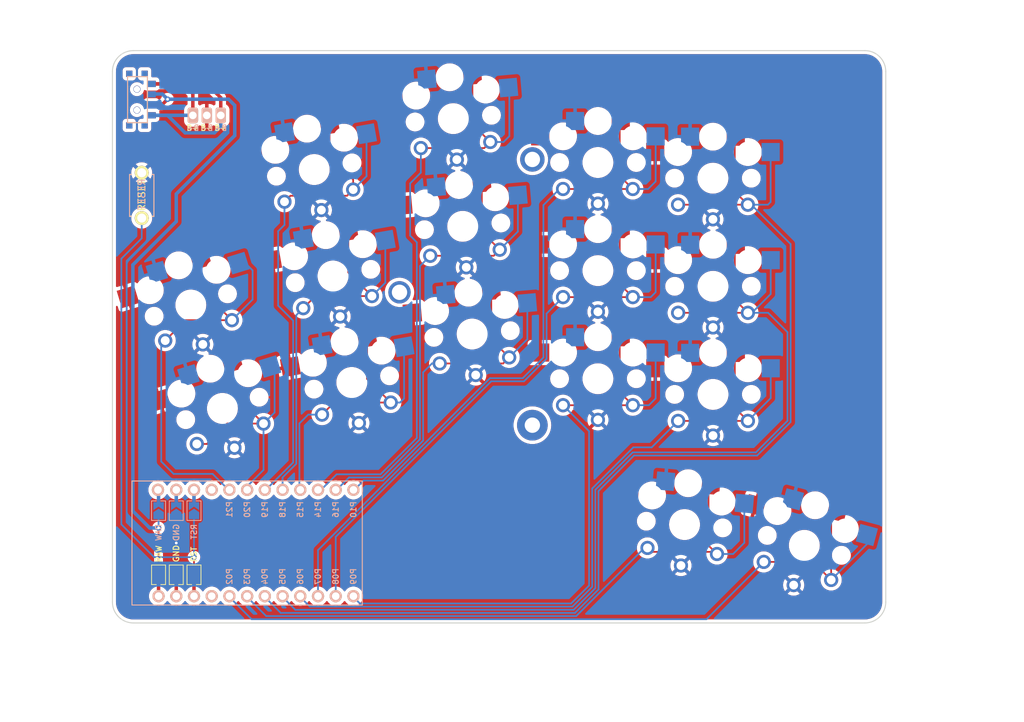
<source format=kicad_pcb>
(kicad_pcb (version 20211014) (generator pcbnew)
  (title_block (title "berylline_choc_min") (rev "v1.0.0") (company "Unknown"))
  (layers (0 "F.Cu" signal) (31 "B.Cu" signal) (34 "B.Paste" user) (35 "F.Paste" user) (36 "B.SilkS" user "B.Silkscreen") (37 "F.SilkS" user "F.Silkscreen") (38 "B.Mask" user) (39 "F.Mask" user) (44 "Edge.Cuts" user))
  (net 0 "")
  (net 1 "GND")
  (net 2 "RAW")
  (net 3 "RST")
  (net 4 "P2")
  (net 5 "P9")
  (net 6 "P8")
  (net 7 "P7")
  (net 8 "P6")
  (net 9 "P5")
  (net 10 "P4")
  (net 11 "P3")
  (net 12 "P10")
  (net 13 "P16")
  (net 14 "P14")
  (net 15 "P15")
  (net 16 "P18")
  (net 17 "P19")
  (net 18 "P20")
  (net 19 "P21")
  (net 20 "BRAW")
  (footprint "clipboard:26e710fa-e187-4e29-9de4-4e8ff64e7115" (layer "F.Cu") (at 269.314 81.694)
    (fp_text reference "")
    (fp_text value "")
  )
  (footprint "Alaa:key" (layer "F.Cu") (at 290.704922 127.96917 -15)
    (fp_text reference "S15" hide)
    (fp_text value "" hide)
  )
  (footprint "E73:SPDT_C128955" (layer "F.Cu") (at 195.021762 64.065501 90)
    (fp_text reference "T2" hide)
    (fp_text value "" hide)
  )
  (footprint "Alaa:key" (layer "F.Cu") (at 225.820872 104.62013 10)
    (fp_text reference "S3" hide)
    (fp_text value "" hide)
  )
  (footprint "Alaa:key" (layer "F.Cu") (at 273.530975 124.990064 -5)
    (fp_text reference "S14" hide)
    (fp_text value "" hide)
  )
  (footprint "Alaa:key" (layer "F.Cu") (at 207.276192 108.339872 17)
    (fp_text reference "S1" hide)
    (fp_text value "" hide)
  )
  (footprint "Alaa:key" (layer "F.Cu") (at 243.074061 97.674062 5)
    (fp_text reference "S6" hide)
    (fp_text value "" hide)
  )
  (footprint "Alaa:key" (layer "F.Cu") (at 277.601999 75.330745)
    (fp_text reference "S13" hide)
    (fp_text value "" hide)
  )
  (footprint "Alaa:key" (layer "F.Cu") (at 220.437779 74.09109 10)
    (fp_text reference "S5" hide)
    (fp_text value "" hide)
  )
  (footprint "Alaa:key" (layer "F.Cu") (at 277.612 90.832)
    (fp_text reference "S13" hide)
    (fp_text value "" hide)
  )
  (footprint "Alaa:key" (layer "F.Cu") (at 261.112 73.082)
    (fp_text reference "S11" hide)
    (fp_text value "" hide)
  )
  (footprint "Alaa:key" (layer "F.Cu") (at 277.612 106.332)
    (fp_text reference "S12" hide)
    (fp_text value "" hide)
  )
  (footprint "Alaa:key" (layer "F.Cu") (at 240.372232 66.792026 5)
    (fp_text reference "S8" hide)
    (fp_text value "" hide)
  )
  (footprint "lib:bat" (layer "F.Cu") (at 205.035346 66.324116)
    (fp_text reference "PAD1" hide)
    (fp_text value "" hide)
  )
  (footprint "Alaa:key" (layer "F.Cu") (at 261.112 104.082)
    (fp_text reference "S9" hide)
    (fp_text value "" hide)
  )
  (footprint "Alaa:key" (layer "F.Cu") (at 261.112 88.582)
    (fp_text reference "S10" hide)
    (fp_text value "" hide)
  )
  (footprint "Alaa:key" (layer "F.Cu") (at 202.744431 93.517148 17)
    (fp_text reference "S2" hide)
    (fp_text value "" hide)
  )
  (footprint "kbd:ResetSW" (layer "F.Cu") (at 195.707 77.799 90)
    (fp_text reference "B1" hide)
    (fp_text value "")
  )
  (footprint "E73:SPDT_C128955" (layer "F.Cu") (at 195.021762 64.065501 90)
    (fp_text reference "T1" hide)
    (fp_text value "" hide)
  )
  (footprint "Alaa:key" (layer "F.Cu") (at 223.129325 89.35561 10)
    (fp_text reference "S4" hide)
    (fp_text value "" hide)
  )
  (footprint "Alaa:key" (layer "F.Cu") (at 241.723147 82.233044 5)
    (fp_text reference "S7" hide)
    (fp_text value "" hide)
  )
  (footprint "Alaa:ProMicro32keys" (layer "B.Cu") (at 212.09 127.635)
    (fp_text reference "MCU1" hide)
    (fp_text value "" hide)
  )
  (gr_line (start 194.506343 57.041872) (end 299.379652 57.041872) (layer "Edge.Cuts") (width 0.15))
  (gr_arc (start 299.379652 57.041872) (mid 301.500972 57.920552) (end 302.379652 60.041872) (layer "Edge.Cuts") (width 0.15))
  (gr_line (start 299.379652 139.095899) (end 194.506343 139.095899) (layer "Edge.Cuts") (width 0.15))
  (gr_line (start 302.379652 60.041872) (end 302.379652 136.095899) (layer "Edge.Cuts") (width 0.15))
  (gr_arc (start 302.379652 136.095899) (mid 301.500972 138.217219) (end 299.379652 139.095899) (layer "Edge.Cuts") (width 0.15))
  (gr_arc (start 194.506343 139.095899) (mid 192.384995 138.217234) (end 191.506343 136.095899) (layer "Edge.Cuts") (width 0.15))
  (gr_arc (start 191.506343 60.041872) (mid 192.385035 57.920585) (end 194.506343 57.041872) (layer "Edge.Cuts") (width 0.15))
  (gr_line (start 191.506343 136.095899) (end 191.506343 60.041872) (layer "Edge.Cuts") (width 0.15))
  (segment (start 200.66 127.635) (end 200.66 131.471477) (width 0.25) (layer "F.Cu") (net 1))
  (segment (start 200.66 127.635) (end 200.66 127.254) (width 0.25) (layer "F.Cu") (net 1))
  (via (at 200.66 127.635) (size 0.8) (drill 0.4) (layers "F.Cu" "B.Cu") (net 1))
  (segment (start 200.66 123.721477) (end 200.66 127.635) (width 0.25) (layer "B.Cu") (net 1))
  (segment (start 278.286254 81.915) (end 277.601999 81.230745) (width 0.25) (layer "B.Cu") (net 1))
  (segment (start 224.153849 94.875952) (end 224.153849 95.165976) (width 0.25) (layer "B.Cu") (net 1))
  (segment (start 198.607034 64.815501) (end 199.409061 64.013474) (width 0.5) (layer "F.Cu") (net 2))
  (segment (start 197.096762 64.815501) (end 198.607034 64.815501) (width 0.5) (layer "F.Cu") (net 2))
  (segment (start 198.12 131.471477) (end 198.12 125.476) (width 0.25) (layer "F.Cu") (net 2))
  (via (at 198.12 125.476) (size 0.8) (drill 0.4) (layers "F.Cu" "B.Cu") (net 2))
  (via (at 199.409061 64.013474) (size 0.8) (drill 0.4) (layers "F.Cu" "B.Cu") (net 2))
  (segment (start 209.042 69.215) (end 209.042 64.897) (width 0.5) (layer "B.Cu") (net 2))
  (segment (start 199.414535 64.008) (end 199.409061 64.013474) (width 0.5) (layer "B.Cu") (net 2))
  (segment (start 200.66 77.597) (end 209.042 69.215) (width 0.5) (layer "B.Cu") (net 2))
  (segment (start 198.659672 63.264116) (end 199.357645 63.962089) (width 0.5) (layer "B.Cu") (net 2))
  (segment (start 196.85 125.476) (end 194.437 123.063) (width 0.5) (layer "B.Cu") (net 2))
  (segment (start 208.153 64.008) (end 199.414535 64.008) (width 0.5) (layer "B.Cu") (net 2))
  (segment (start 198.12 123.721477) (end 198.12 125.476) (width 0.25) (layer "B.Cu") (net 2))
  (segment (start 194.437 87.757) (end 200.66 81.534) (width 0.5) (layer "B.Cu") (net 2))
  (segment (start 209.042 64.897) (end 208.153 64.008) (width 0.5) (layer "B.Cu") (net 2))
  (segment (start 194.437 123.063) (end 194.437 87.757) (width 0.5) (layer "B.Cu") (net 2))
  (segment (start 198.12 125.476) (end 196.85 125.476) (width 0.5) (layer "B.Cu") (net 2))
  (segment (start 200.66 81.534) (end 200.66 77.597) (width 0.5) (layer "B.Cu") (net 2))
  (segment (start 197.045346 63.264116) (end 198.659672 63.264116) (width 0.5) (layer "B.Cu") (net 2))
  (segment (start 203.2 131.471477) (end 203.2 129.667) (width 0.25) (layer "F.Cu") (net 3))
  (via (at 203.2 129.667) (size 0.8) (drill 0.4) (layers "F.Cu" "B.Cu") (net 3))
  (segment (start 192.786 124.968) (end 192.786 86.868) (width 0.25) (layer "B.Cu") (net 3))
  (segment (start 203.2 123.721477) (end 203.2 129.667) (width 0.25) (layer "B.Cu") (net 3))
  (segment (start 195.707 83.947) (end 195.707 81.049) (width 0.25) (layer "B.Cu") (net 3))
  (segment (start 203.2 129.667) (end 197.485 129.667) (width 0.25) (layer "B.Cu") (net 3))
  (segment (start 192.786 86.868) (end 195.707 83.947) (width 0.25) (layer "B.Cu") (net 3))
  (segment (start 197.485 129.667) (end 192.786 124.968) (width 0.25) (layer "B.Cu") (net 3))
  (segment (start 291.962849 130.345593) (end 294.551039 132.933783) (width 0.25) (layer "F.Cu") (net 4))
  (segment (start 294.551039 123.926806) (end 294.551039 132.933783) (width 0.25) (layer "F.Cu") (net 4))
  (segment (start 295.408301 123.069544) (end 294.551039 123.926806) (width 0.25) (layer "F.Cu") (net 4))
  (segment (start 284.89178 130.345593) (end 291.962849 130.345593) (width 0.25) (layer "F.Cu") (net 4))
  (segment (start 299.668529 126.488677) (end 299.668529 127.816293) (width 0.25) (layer "B.Cu") (net 4))
  (segment (start 208.28 135.382) (end 211.455 138.557) (width 0.25) (layer "B.Cu") (net 4))
  (segment (start 211.455 138.557) (end 276.680373 138.557) (width 0.25) (layer "B.Cu") (net 4))
  (segment (start 299.668529 127.816293) (end 294.551039 132.933783) (width 0.25) (layer "B.Cu") (net 4))
  (segment (start 276.680373 138.557) (end 284.89178 130.345593) (width 0.25) (layer "B.Cu") (net 4))
  (segment (start 264.237479 106.007479) (end 264.237479 98.281521) (width 0.25) (layer "F.Cu") (net 5))
  (segment (start 264.237479 98.281521) (end 264.386999 98.132001) (width 0.25) (layer "F.Cu") (net 5))
  (segment (start 256.112 107.882) (end 266.112 107.882) (width 0.25) (layer "F.Cu") (net 5))
  (segment (start 266.112 107.882) (end 264.237479 106.007479) (width 0.25) (layer "F.Cu") (net 5))
  (segment (start 226.06 135.382) (end 226.9874 136.3094) (width 0.25) (layer "B.Cu") (net 5))
  (segment (start 268.419 107.882) (end 266.112 107.882) (width 0.25) (layer "B.Cu") (net 5))
  (segment (start 226.9874 136.3094) (end 257.2636 136.3094) (width 0.25) (layer "B.Cu") (net 5))
  (segment (start 259.842 111.612) (end 256.112 107.882) (width 0.25) (layer "B.Cu") (net 5))
  (segment (start 269.387 100.332001) (end 269.387 106.914) (width 0.25) (layer "B.Cu") (net 5))
  (segment (start 257.2636 136.3094) (end 259.842 133.731) (width 0.25) (layer "B.Cu") (net 5))
  (segment (start 259.842 133.731) (end 259.842 111.612) (width 0.25) (layer "B.Cu") (net 5))
  (segment (start 269.387 106.914) (end 268.419 107.882) (width 0.25) (layer "B.Cu") (net 5))
  (segment (start 256.112 92.382) (end 266.112 92.382) (width 0.25) (layer "F.Cu") (net 6))
  (segment (start 264.237479 90.507479) (end 266.112 92.382) (width 0.25) (layer "F.Cu") (net 6))
  (segment (start 264.386999 82.632001) (end 264.237479 82.781521) (width 0.25) (layer "F.Cu") (net 6))
  (segment (start 264.237479 82.781521) (end 264.237479 90.507479) (width 0.25) (layer "F.Cu") (net 6))
  (segment (start 253.746 94.748) (end 256.112 92.382) (width 0.25) (layer "B.Cu") (net 6))
  (segment (start 245.818221 104.450651) (end 250.514349 104.450651) (width 0.25) (layer "B.Cu") (net 6))
  (segment (start 223.52 135.382) (end 223.52 126.748872) (width 0.25) (layer "B.Cu") (net 6))
  (segment (start 223.52 126.748872) (end 245.818221 104.450651) (width 0.25) (layer "B.Cu") (net 6))
  (segment (start 269.387 91.674) (end 268.679 92.382) (width 0.25) (layer "B.Cu") (net 6))
  (segment (start 253.746 101.219) (end 253.746 94.748) (width 0.25) (layer "B.Cu") (net 6))
  (segment (start 269.387 84.832001) (end 269.387 91.674) (width 0.25) (layer "B.Cu") (net 6))
  (segment (start 268.679 92.382) (end 266.112 92.382) (width 0.25) (layer "B.Cu") (net 6))
  (segment (start 250.514349 104.450651) (end 253.746 101.219) (width 0.25) (layer "B.Cu") (net 6))
  (segment (start 256.112 76.882) (end 266.112 76.882) (width 0.25) (layer "F.Cu") (net 7))
  (segment (start 264.237479 67.281521) (end 264.386999 67.132001) (width 0.25) (layer "F.Cu") (net 7))
  (segment (start 264.237479 75.007479) (end 264.237479 67.281521) (width 0.25) (layer "F.Cu") (net 7))
  (segment (start 266.112 76.882) (end 264.237479 75.007479) (width 0.25) (layer "F.Cu") (net 7))
  (segment (start 253.29648 79.18952) (end 255.604 76.882) (width 0.25) (layer "B.Cu") (net 7))
  (segment (start 220.98 128.653154) (end 245.632023 104.001131) (width 0.25) (layer "B.Cu") (net 7))
  (segment (start 269.387 69.332001) (end 269.387 75.799) (width 0.25) (layer "B.Cu") (net 7))
  (segment (start 253.29648 101.032802) (end 253.29648 79.18952) (width 0.25) (layer "B.Cu") (net 7))
  (segment (start 245.632023 104.001131) (end 250.328151 104.001131) (width 0.25) (layer "B.Cu") (net 7))
  (segment (start 268.304 76.882) (end 266.112 76.882) (width 0.25) (layer "B.Cu") (net 7))
  (segment (start 220.98 135.382) (end 220.98 128.653154) (width 0.25) (layer "B.Cu") (net 7))
  (segment (start 250.328151 104.001131) (end 253.29648 101.032802) (width 0.25) (layer "B.Cu") (net 7))
  (segment (start 255.604 76.882) (end 256.112 76.882) (width 0.25) (layer "B.Cu") (net 7))
  (segment (start 269.387 75.799) (end 268.304 76.882) (width 0.25) (layer "B.Cu") (net 7))
  (segment (start 272.612 110.132) (end 282.612 110.132) (width 0.25) (layer "F.Cu") (net 8))
  (segment (start 280.886999 100.382001) (end 280.737479 100.531521) (width 0.25) (layer "F.Cu") (net 8))
  (segment (start 280.737479 108.257479) (end 282.612 110.132) (width 0.25) (layer "F.Cu") (net 8))
  (segment (start 280.737479 100.531521) (end 280.737479 108.257479) (width 0.25) (layer "F.Cu") (net 8))
  (segment (start 285.887 102.582001) (end 285.887 106.857) (width 0.25) (layer "B.Cu") (net 8))
  (segment (start 266.190566 113.919) (end 268.825 113.919) (width 0.25) (layer "B.Cu") (net 8))
  (segment (start 218.44 135.382) (end 219.81692 136.75892) (width 0.25) (layer "B.Cu") (net 8))
  (segment (start 257.449798 136.75892) (end 260.29152 133.917197) (width 0.25) (layer "B.Cu") (net 8))
  (segment (start 285.887 106.857) (end 282.612 110.132) (width 0.25) (layer "B.Cu") (net 8))
  (segment (start 260.29152 119.818046) (end 266.190566 113.919) (width 0.25) (layer "B.Cu") (net 8))
  (segment (start 260.29152 133.917197) (end 260.29152 119.818046) (width 0.25) (layer "B.Cu") (net 8))
  (segment (start 268.825 113.919) (end 272.612 110.132) (width 0.25) (layer "B.Cu") (net 8))
  (segment (start 219.81692 136.75892) (end 257.449798 136.75892) (width 0.25) (layer "B.Cu") (net 8))
  (segment (start 280.737479 85.031521) (end 280.737479 92.757479) (width 0.25) (layer "F.Cu") (net 9))
  (segment (start 280.886999 84.882001) (end 280.737479 85.031521) (width 0.25) (layer "F.Cu") (net 9))
  (segment (start 272.612 94.632) (end 282.612 94.632) (width 0.25) (layer "F.Cu") (net 9))
  (segment (start 280.737479 92.757479) (end 282.612 94.632) (width 0.25) (layer "F.Cu") (net 9))
  (segment (start 285.887 91.938) (end 283.193 94.632) (width 0.25) (layer "B.Cu") (net 9))
  (segment (start 285.513 94.632) (end 282.612 94.632) (width 0.25) (layer "B.Cu") (net 9))
  (segment (start 285.887 87.082001) (end 285.887 91.938) (width 0.25) (layer "B.Cu") (net 9))
  (segment (start 257.635996 137.20844) (end 260.74104 134.103394) (width 0.25) (layer "B.Cu") (net 9))
  (segment (start 283.193 94.632) (end 282.612 94.632) (width 0.25) (layer "B.Cu") (net 9))
  (segment (start 215.9 135.382) (end 217.72644 137.20844) (width 0.25) (layer "B.Cu") (net 9))
  (segment (start 217.72644 137.20844) (end 257.635996 137.20844) (width 0.25) (layer "B.Cu") (net 9))
  (segment (start 288.29 97.409) (end 285.513 94.632) (width 0.25) (layer "B.Cu") (net 9))
  (segment (start 260.74104 134.103394) (end 260.74104 120.004243) (width 0.25) (layer "B.Cu") (net 9))
  (segment (start 288.29 110.109) (end 288.29 97.409) (width 0.25) (layer "B.Cu") (net 9))
  (segment (start 266.099633 114.64565) (end 283.75335 114.64565) (width 0.25) (layer "B.Cu") (net 9))
  (segment (start 283.75335 114.64565) (end 288.29 110.109) (width 0.25) (layer "B.Cu") (net 9))
  (segment (start 260.74104 120.004243) (end 266.099633 114.64565) (width 0.25) (layer "B.Cu") (net 9))
  (segment (start 280.727478 77.256224) (end 280.727478 69.530266) (width 0.25) (layer "F.Cu") (net 10))
  (segment (start 282.601999 79.130745) (end 280.727478 77.256224) (width 0.25) (layer "F.Cu") (net 10))
  (segment (start 280.727478 69.530266) (end 280.876998 69.380746) (width 0.25) (layer "F.Cu") (net 10))
  (segment (start 272.601999 79.130745) (end 282.601999 79.130745) (width 0.25) (layer "F.Cu") (net 10))
  (segment (start 283.092745 79.130745) (end 282.601999 79.130745) (width 0.25) (layer "B.Cu") (net 10))
  (segment (start 285.876999 78.740001) (end 285.486255 79.130745) (width 0.25) (layer "B.Cu") (net 10))
  (segment (start 213.36 135.382) (end 215.63596 137.65796) (width 0.25) (layer "B.Cu") (net 10))
  (segment (start 283.939548 115.09517) (end 288.73952 110.295198) (width 0.25) (layer "B.Cu") (net 10))
  (segment (start 285.486255 79.130745) (end 282.601999 79.130745) (width 0.25) (layer "B.Cu") (net 10))
  (segment (start 288.73952 84.77752) (end 283.092745 79.130745) (width 0.25) (layer "B.Cu") (net 10))
  (segment (start 261.19056 134.289591) (end 261.19056 120.190441) (width 0.25) (layer "B.Cu") (net 10))
  (segment (start 288.73952 110.295198) (end 288.73952 84.77752) (width 0.25) (layer "B.Cu") (net 10))
  (segment (start 285.876999 71.580746) (end 285.876999 78.740001) (width 0.25) (layer "B.Cu") (net 10))
  (segment (start 266.285831 115.09517) (end 283.939548 115.09517) (width 0.25) (layer "B.Cu") (net 10))
  (segment (start 261.19056 120.190441) (end 266.285831 115.09517) (width 0.25) (layer "B.Cu") (net 10))
  (segment (start 215.63596 137.65796) (end 257.822194 137.65796) (width 0.25) (layer "B.Cu") (net 10))
  (segment (start 257.822194 137.65796) (end 261.19056 134.289591) (width 0.25) (layer "B.Cu") (net 10))
  (segment (start 277.874374 128.905) (end 278.180757 129.211383) (width 0.25) (layer "F.Cu") (net 11))
  (segment (start 276.964261 119.695969) (end 276.964261 127.994887) (width 0.25) (layer "F.Cu") (net 11))
  (segment (start 268.21881 128.339825) (end 268.783985 128.905) (width 0.25) (layer "F.Cu") (net 11))
  (segment (start 268.783985 128.905) (end 277.874374 128.905) (width 0.25) (layer "F.Cu") (net 11))
  (segment (start 277.312088 119.348142) (end 276.964261 119.695969) (width 0.25) (layer "F.Cu") (net 11))
  (segment (start 276.964261 127.994887) (end 278.180757 129.211383) (width 0.25) (layer "F.Cu") (net 11))
  (segment (start 282.10132 127.60068) (end 280.490617 129.211383) (width 0.25) (layer "B.Cu") (net 11))
  (segment (start 213.54548 138.10748) (end 258.008392 138.10748) (width 0.25) (layer "B.Cu") (net 11))
  (segment (start 210.82 135.382) (end 213.54548 138.10748) (width 0.25) (layer "B.Cu") (net 11))
  (segment (start 267.776047 128.339825) (end 268.21881 128.339825) (width 0.25) (layer "B.Cu") (net 11))
  (segment (start 258.008392 138.10748) (end 267.776047 128.339825) (width 0.25) (layer "B.Cu") (net 11))
  (segment (start 282.10132 121.975549) (end 282.10132 127.60068) (width 0.25) (layer "B.Cu") (net 11))
  (segment (start 280.490617 129.211383) (end 278.180757 129.211383) (width 0.25) (layer "B.Cu") (net 11))
  (segment (start 245.818021 98.455618) (end 248.386226 101.023823) (width 0.25) (layer "F.Cu") (net 12))
  (segment (start 238.424279 101.895381) (end 247.514668 101.895381) (width 0.25) (layer "F.Cu") (net 12))
  (segment (start 247.514668 101.895381) (end 248.386226 101.023823) (width 0.25) (layer "F.Cu") (net 12))
  (segment (start 245.818021 91.46127) (end 245.818021 98.455618) (width 0.25) (layer "F.Cu") (net 12))
  (segment (start 226.06 120.142) (end 227.51548 118.68652) (width 0.25) (layer "B.Cu") (net 12))
  (segment (start 230.310916 118.68652) (end 236.048529 112.948905) (width 0.25) (layer "B.Cu") (net 12))
  (segment (start 237.321619 101.895381) (end 238.424279 101.895381) (width 0.25) (layer "B.Cu") (net 12))
  (segment (start 250.990738 93.217119) (end 250.990738 98.419311) (width 0.25) (layer "B.Cu") (net 12))
  (segment (start 236.048529 112.948905) (end 236.048529 103.168471) (width 0.25) (layer "B.Cu") (net 12))
  (segment (start 227.51548 118.68652) (end 230.310916 118.68652) (width 0.25) (layer "B.Cu") (net 12))
  (segment (start 236.048529 103.168471) (end 237.321619 101.895381) (width 0.25) (layer "B.Cu") (net 12))
  (segment (start 250.990738 98.419311) (end 248.386226 101.023823) (width 0.25) (layer "B.Cu") (net 12))
  (segment (start 246.163754 86.454363) (end 247.035312 85.582805) (width 0.25) (layer "F.Cu") (net 13))
  (segment (start 244.467107 76.020252) (end 244.467107 83.0146) (width 0.25) (layer "F.Cu") (net 13))
  (segment (start 244.467107 83.0146) (end 247.035312 85.582805) (width 0.25) (layer "F.Cu") (net 13))
  (segment (start 237.073365 86.454363) (end 246.163754 86.454363) (width 0.25) (layer "F.Cu") (net 13))
  (segment (start 235.599009 87.928719) (end 237.073365 86.454363) (width 0.25) (layer "B.Cu") (net 13))
  (segment (start 249.639824 82.978293) (end 247.035312 85.582805) (width 0.25) (layer "B.Cu") (net 13))
  (segment (start 235.599009 112.762708) (end 235.599009 87.928719) (width 0.25) (layer "B.Cu") (net 13))
  (segment (start 249.639824 77.776101) (end 249.639824 82.978293) (width 0.25) (layer "B.Cu") (net 13))
  (segment (start 225.425 118.237) (end 230.124718 118.237) (width 0.25) (layer "B.Cu") (net 13))
  (segment (start 223.52 120.142) (end 225.425 118.237) (width 0.25) (layer "B.Cu") (net 13))
  (segment (start 230.124718 118.237) (end 235.599009 112.762708) (width 0.25) (layer "B.Cu") (net 13))
  (segment (start 244.812839 71.013345) (end 245.684397 70.141787) (width 0.25) (layer "F.Cu") (net 14))
  (segment (start 235.72245 71.013345) (end 244.812839 71.013345) (width 0.25) (layer "F.Cu") (net 14))
  (segment (start 243.116192 60.579234) (end 243.116192 67.573582) (width 0.25) (layer "F.Cu") (net 14))
  (segment (start 243.116192 67.573582) (end 245.684397 70.141787) (width 0.25) (layer "F.Cu") (net 14))
  (segment (start 248.412 69.309954) (end 247.580167 70.141787) (width 0.25) (layer "B.Cu") (net 14))
  (segment (start 223.64294 117.78748) (end 229.93852 117.78748) (width 0.25) (layer "B.Cu") (net 14))
  (segment (start 234.188 76.073) (end 235.72245 74.53855) (width 0.25) (layer "B.Cu") (net 14))
  (segment (start 235.149489 112.576511) (end 235.149489 84.527489) (width 0.25) (layer "B.Cu") (net 14))
  (segment (start 234.188 83.566) (end 234.188 76.073) (width 0.25) (layer "B.Cu") (net 14))
  (segment (start 220.98 120.142) (end 221.28842 120.142) (width 0.25) (layer "B.Cu") (net 14))
  (segment (start 248.288909 62.335083) (end 248.288909 62.360909) (width 0.25) (layer "B.Cu") (net 14))
  (segment (start 235.72245 74.53855) (end 235.72245 71.013345) (width 0.25) (layer "B.Cu") (net 14))
  (segment (start 248.288909 62.360909) (end 248.412 62.484) (width 0.25) (layer "B.Cu") (net 14))
  (segment (start 247.580167 70.141787) (end 245.684397 70.141787) (width 0.25) (layer "B.Cu") (net 14))
  (segment (start 248.412 62.484) (end 248.412 69.309954) (width 0.25) (layer "B.Cu") (net 14))
  (segment (start 229.93852 117.78748) (end 235.149489 112.576511) (width 0.25) (layer "B.Cu") (net 14))
  (segment (start 235.149489 84.527489) (end 234.188 83.566) (width 0.25) (layer "B.Cu") (net 14))
  (segment (start 221.28842 120.142) (end 223.64294 117.78748) (width 0.25) (layer "B.Cu") (net 14))
  (segment (start 221.556696 109.23064) (end 223.293177 107.494159) (width 0.25) (layer "F.Cu") (net 15))
  (segment (start 228.01291 104.102295) (end 228.01291 98.191827) (width 0.25) (layer "F.Cu") (net 15))
  (segment (start 223.293177 107.494159) (end 231.404774 107.494159) (width 0.25) (layer "F.Cu") (net 15))
  (segment (start 231.404774 107.494159) (end 228.01291 104.102295) (width 0.25) (layer "F.Cu") (net 15))
  (segment (start 218.313 120.015) (end 218.313 110.49) (width 0.25) (layer "B.Cu") (net 15))
  (segment (start 219.57236 109.23064) (end 221.556696 109.23064) (width 0.25) (layer "B.Cu") (net 15))
  (segment (start 233.318976 99.490163) (end 233.318976 106.914024) (width 0.25) (layer "B.Cu") (net 15))
  (segment (start 218.313 110.49) (end 219.57236 109.23064) (width 0.25) (layer "B.Cu") (net 15))
  (segment (start 233.318976 106.914024) (end 232.738841 107.494159) (width 0.25) (layer "B.Cu") (net 15))
  (segment (start 232.738841 107.494159) (end 231.404774 107.494159) (width 0.25) (layer "B.Cu") (net 15))
  (segment (start 225.321363 82.927307) (end 225.321363 88.837775) (width 0.25) (layer "F.Cu") (net 16))
  (segment (start 228.713227 92.229639) (end 220.60163 92.229639) (width 0.25) (layer "F.Cu") (net 16))
  (segment (start 220.60163 92.229639) (end 218.865149 93.96612) (width 0.25) (layer "F.Cu") (net 16))
  (segment (start 225.321363 88.837775) (end 228.713227 92.229639) (width 0.25) (layer "F.Cu") (net 16))
  (segment (start 217.86348 94.967789) (end 218.865149 93.96612) (width 0.25) (layer "B.Cu") (net 16))
  (segment (start 230.627429 90.315437) (end 228.713227 92.229639) (width 0.25) (layer "B.Cu") (net 16))
  (segment (start 215.9 120.142) (end 215.9 118.237718) (width 0.25) (layer "B.Cu") (net 16))
  (segment (start 217.86348 116.274238) (end 217.86348 94.967789) (width 0.25) (layer "B.Cu") (net 16))
  (segment (start 230.627429 84.225643) (end 230.627429 90.315437) (width 0.25) (layer "B.Cu") (net 16))
  (segment (start 215.9 118.237718) (end 217.86348 116.274238) (width 0.25) (layer "B.Cu") (net 16))
  (segment (start 216.173603 78.7016) (end 217.024203 77.851) (width 0.25) (layer "F.Cu") (net 17))
  (segment (start 226.021681 76.965119) (end 226.021681 75.528279) (width 0.25) (layer "F.Cu") (net 17))
  (segment (start 217.024203 77.851) (end 225.1358 77.851) (width 0.25) (layer "F.Cu") (net 17))
  (segment (start 226.021681 75.528279) (end 222.629817 72.136415) (width 0.25) (layer "F.Cu") (net 17))
  (segment (start 225.1358 77.851) (end 226.021681 76.965119) (width 0.25) (layer "F.Cu") (net 17))
  (segment (start 222.629817 72.136415) (end 222.629817 67.662787) (width 0.25) (layer "F.Cu") (net 17))
  (segment (start 215.265 82.931) (end 216.173603 82.022397) (width 0.25) (layer "B.Cu") (net 17))
  (segment (start 217.41396 95.74796) (end 215.265 93.599) (width 0.25) (layer "B.Cu") (net 17))
  (segment (start 213.36 120.142) (end 217.41396 116.08804) (width 0.25) (layer "B.Cu") (net 17))
  (segment (start 215.265 93.599) (end 215.265 82.931) (width 0.25) (layer "B.Cu") (net 17))
  (segment (start 216.173603 82.022397) (end 216.173603 78.7016) (width 0.25) (layer "B.Cu") (net 17))
  (segment (start 217.41396 116.08804) (end 217.41396 95.74796) (width 0.25) (layer "B.Cu") (net 17))
  (segment (start 227.935883 75.050917) (end 226.021681 76.965119) (width 0.25) (layer "B.Cu") (net 17))
  (segment (start 227.935883 68.961123) (end 227.935883 75.050917) (width 0.25) (layer "B.Cu") (net 17))
  (segment (start 203.605681 113.435689) (end 205.042521 113.435689) (width 0.25) (layer "F.Cu") (net 18))
  (segment (start 207.966238 110.511972) (end 213.168728 110.511972) (width 0.25) (layer "F.Cu") (net 18))
  (segment (start 208.668478 106.011722) (end 208.668478 101.692343) (width 0.25) (layer "F.Cu") (net 18))
  (segment (start 213.168728 110.511972) (end 208.668478 106.011722) (width 0.25) (layer "F.Cu") (net 18))
  (segment (start 205.042521 113.435689) (end 207.966238 110.511972) (width 0.25) (layer "F.Cu") (net 18))
  (segment (start 211.074 119.634) (end 211.074 119.253) (width 0.25) (layer "B.Cu") (net 18))
  (segment (start 213.168728 110.511972) (end 214.757 108.9237) (width 0.25) (layer "B.Cu") (net 18))
  (segment (start 214.757 108.9237) (end 214.757 102.670574) (width 0.25) (layer "B.Cu") (net 18))
  (segment (start 211.074 119.253) (end 213.168728 117.158272) (width 0.25) (layer "B.Cu") (net 18))
  (segment (start 213.168728 117.158272) (end 213.168728 110.511972) (width 0.25) (layer "B.Cu") (net 18))
  (segment (start 204.136717 91.188998) (end 204.136717 86.869619) (width 0.25) (layer "F.Cu") (net 19))
  (segment (start 199.07392 98.612965) (end 201.997637 95.689248) (width 0.25) (layer "F.Cu") (net 19))
  (segment (start 201.997637 95.689248) (end 208.636967 95.689248) (width 0.25) (layer "F.Cu") (net 19))
  (segment (start 208.636967 95.689248) (end 204.136717 91.188998) (width 0.25) (layer "F.Cu") (net 19))
  (segment (start 210.561459 87.51163) (end 211.602561 88.552732) (width 0.25) (layer "B.Cu") (net 19))
  (segment (start 208.28 120.142) (end 205.867 117.729) (width 0.25) (layer "B.Cu") (net 19))
  (segment (start 205.867 117.729) (end 200.279 117.729) (width 0.25) (layer "B.Cu") (net 19))
  (segment (start 198.501 99.185885) (end 199.07392 98.612965) (width 0.25) (layer "B.Cu") (net 19))
  (segment (start 211.602561 88.552732) (end 211.602561 92.723654) (width 0.25) (layer "B.Cu") (net 19))
  (segment (start 200.279 117.729) (end 198.501 115.951) (width 0.25) (layer "B.Cu") (net 19))
  (segment (start 211.602561 92.723654) (end 208.636967 95.689248) (width 0.25) (layer "B.Cu") (net 19))
  (segment (start 198.501 115.951) (end 198.501 99.185885) (width 0.25) (layer "B.Cu") (net 19))
  (segment (start 203.035346 63.202816) (end 203.035346 66.324116) (width 0.5) (layer "F.Cu") (net 20))
  (segment (start 197.096762 61.815501) (end 205.066731 61.815501) (width 0.5) (layer "F.Cu") (net 20))
  (segment (start 197.096762 61.815501) (end 201.648031 61.815501) (width 0.5) (layer "F.Cu") (net 20))
  (segment (start 207.035346 63.784116) (end 207.035346 66.324116) (width 0.5) (layer "F.Cu") (net 20))
  (segment (start 201.648031 61.815501) (end 203.035346 63.202816) (width 0.5) (layer "F.Cu") (net 20))
  (segment (start 205.066731 61.815501) (end 207.035346 63.784116) (width 0.5) (layer "F.Cu") (net 20))
  (segment (start 197.096762 66.315501) (end 203.026731 66.315501) (width 0.5) (layer "B.Cu") (net 20))
  (segment (start 203.026731 66.315501) (end 203.035346 66.324116) (width 0.5) (layer "B.Cu") (net 20))
  (segment (start 201.93 68.834) (end 206.121 68.834) (width 0.5) (layer "B.Cu") (net 20))
  (segment (start 199.411501 66.315501) (end 201.93 68.834) (width 0.5) (layer "B.Cu") (net 20))
  (segment (start 206.121 68.834) (end 207.035346 67.919654) (width 0.5) (layer "B.Cu") (net 20))
  (segment (start 197.096762 66.315501) (end 199.411501 66.315501) (width 0.5) (layer "B.Cu") (net 20))
  (segment (start 207.035346 67.919654) (end 207.035346 66.324116) (width 0.5) (layer "B.Cu") (net 20))
  (zone (net 1) (net_name "GND") (layers F&B.Cu) (connect_pads (clearance 0.508)) (min_thickness 0.254) (fill yes (thermal_gap 0.508) (thermal_bridge_width 0.508) (island_removal_mode 1) (island_area_min 0))
    (polygon (pts (xy 322.199 50.038) (xy 313.309 152.273) (xy 175.387 153.289) (xy 179.197 49.784)))
  )
)
</source>
